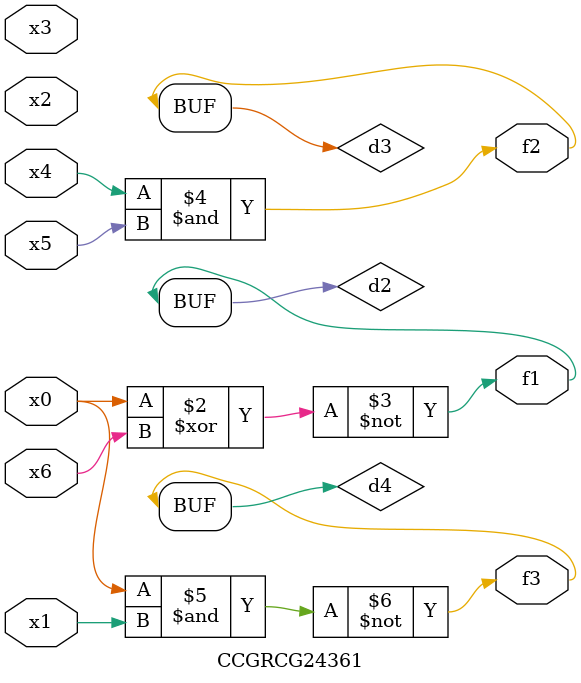
<source format=v>
module CCGRCG24361(
	input x0, x1, x2, x3, x4, x5, x6,
	output f1, f2, f3
);

	wire d1, d2, d3, d4;

	nor (d1, x0);
	xnor (d2, x0, x6);
	and (d3, x4, x5);
	nand (d4, x0, x1);
	assign f1 = d2;
	assign f2 = d3;
	assign f3 = d4;
endmodule

</source>
